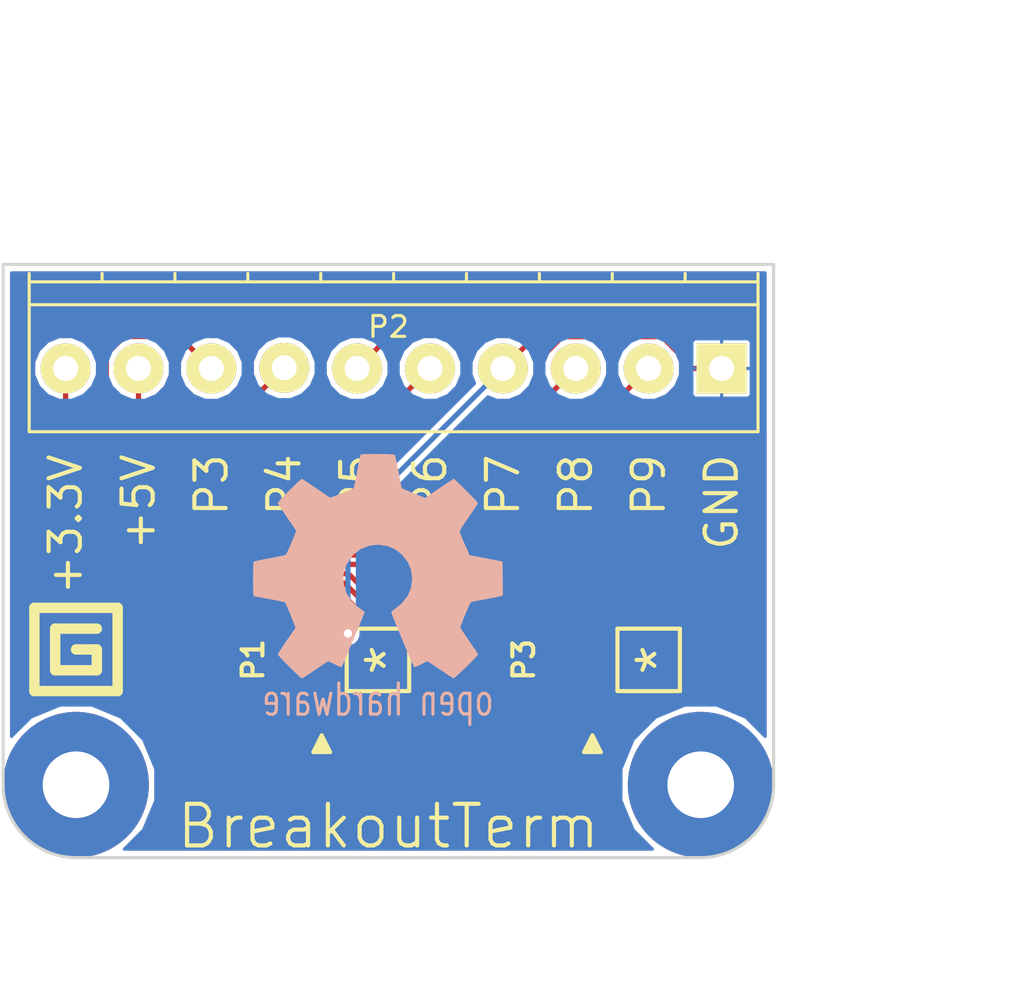
<source format=kicad_pcb>
(kicad_pcb (version 4) (host pcbnew 4.0.2-stable)

  (general
    (links 20)
    (no_connects 0)
    (area 121.424999 84.924999 158.575001 113.575001)
    (thickness 1.6)
    (drawings 28)
    (tracks 129)
    (zones 0)
    (modules 7)
    (nets 11)
  )

  (page A4)
  (title_block
    (title "SBV2-EB: Extension Board Name (File-> Page Settings)")
    (rev 1.0)
    (company Smoothieware.org)
  )

  (layers
    (0 F.Cu signal)
    (31 B.Cu signal)
    (32 B.Adhes user)
    (33 F.Adhes user)
    (34 B.Paste user)
    (35 F.Paste user)
    (36 B.SilkS user)
    (37 F.SilkS user)
    (38 B.Mask user)
    (39 F.Mask user)
    (40 Dwgs.User user)
    (41 Cmts.User user)
    (42 Eco1.User user)
    (43 Eco2.User user)
    (44 Edge.Cuts user)
    (45 Margin user)
    (46 B.CrtYd user)
    (47 F.CrtYd user)
    (48 B.Fab user)
    (49 F.Fab user)
  )

  (setup
    (last_trace_width 0.25)
    (trace_clearance 0.2)
    (zone_clearance 0.254)
    (zone_45_only no)
    (trace_min 0.2)
    (segment_width 0.2)
    (edge_width 0.15)
    (via_size 0.6)
    (via_drill 0.4)
    (via_min_size 0.4)
    (via_min_drill 0.3)
    (uvia_size 0.3)
    (uvia_drill 0.1)
    (uvias_allowed no)
    (uvia_min_size 0.2)
    (uvia_min_drill 0.1)
    (pcb_text_width 0.3)
    (pcb_text_size 1.5 1.5)
    (mod_edge_width 0.2)
    (mod_text_size 1 1)
    (mod_text_width 0.15)
    (pad_size 3.2 3.2)
    (pad_drill 3.2)
    (pad_to_mask_clearance 0.2)
    (aux_axis_origin 121.5 113.5)
    (grid_origin 121.5 113.5)
    (visible_elements 7FFFF77F)
    (pcbplotparams
      (layerselection 0x010fc_80000001)
      (usegerberextensions true)
      (excludeedgelayer false)
      (linewidth 0.100000)
      (plotframeref false)
      (viasonmask true)
      (mode 1)
      (useauxorigin true)
      (hpglpennumber 1)
      (hpglpenspeed 20)
      (hpglpendiameter 15)
      (hpglpenoverlay 2)
      (psnegative false)
      (psa4output false)
      (plotreference true)
      (plotvalue true)
      (plotinvisibletext false)
      (padsonsilk false)
      (subtractmaskfromsilk false)
      (outputformat 1)
      (mirror false)
      (drillshape 0)
      (scaleselection 1)
      (outputdirectory Gerber))
  )

  (net 0 "")
  (net 1 /P8)
  (net 2 /P7)
  (net 3 /P6)
  (net 4 /P5)
  (net 5 +3V3)
  (net 6 +5V)
  (net 7 /P3)
  (net 8 /P4)
  (net 9 GND)
  (net 10 /P9)

  (net_class Default "This is the default net class."
    (clearance 0.2)
    (trace_width 0.25)
    (via_dia 0.6)
    (via_drill 0.4)
    (uvia_dia 0.3)
    (uvia_drill 0.1)
    (add_net +3V3)
    (add_net +5V)
    (add_net /P3)
    (add_net /P4)
    (add_net /P5)
    (add_net /P6)
    (add_net /P7)
    (add_net /P8)
    (add_net /P9)
    (add_net GND)
  )

  (module Terminal_Blocks:TerminalBlock_Pheonix_PT-3.5mm_10pol (layer F.Cu) (tedit 573E2374) (tstamp 573EDDB3)
    (at 156 90 180)
    (descr "10-way 3.5mm pitch terminal block, Phoenix PT series")
    (path /573E08DA)
    (fp_text reference P2 (at 16 2 180) (layer F.SilkS)
      (effects (font (size 1 1) (thickness 0.15)))
    )
    (fp_text value CONN_01X10 (at 16 0 180) (layer F.Fab)
      (effects (font (size 1 1) (thickness 0.15)))
    )
    (fp_line (start -1.9 -3.2) (end 33.4 -3.2) (layer F.CrtYd) (width 0.05))
    (fp_line (start -1.9 4.7) (end -1.9 -3.2) (layer F.CrtYd) (width 0.05))
    (fp_line (start 33.4 4.7) (end -1.9 4.7) (layer F.CrtYd) (width 0.05))
    (fp_line (start 33.4 -3.2) (end 33.4 4.7) (layer F.CrtYd) (width 0.05))
    (fp_line (start 26.248 4.162) (end 26.248 4.562) (layer F.SilkS) (width 0.15))
    (fp_line (start 29.748 4.162) (end 29.748 4.562) (layer F.SilkS) (width 0.15))
    (fp_line (start 22.748 4.162) (end 22.748 4.562) (layer F.SilkS) (width 0.15))
    (fp_line (start 8.748 4.162) (end 8.748 4.562) (layer F.SilkS) (width 0.15))
    (fp_line (start 19.248 4.162) (end 19.248 4.562) (layer F.SilkS) (width 0.15))
    (fp_line (start 15.748 4.162) (end 15.748 4.562) (layer F.SilkS) (width 0.15))
    (fp_line (start 1.748 4.162) (end 1.748 4.562) (layer F.SilkS) (width 0.15))
    (fp_line (start 5.248 4.162) (end 5.248 4.562) (layer F.SilkS) (width 0.15))
    (fp_line (start 12.248 4.162) (end 12.248 4.562) (layer F.SilkS) (width 0.15))
    (fp_line (start -1.752 3.062) (end 33.248 3.062) (layer F.SilkS) (width 0.15))
    (fp_line (start -1.752 4.162) (end 33.248 4.162) (layer F.SilkS) (width 0.15))
    (fp_line (start -1.752 -3.038) (end -1.752 4.562) (layer F.SilkS) (width 0.15))
    (fp_line (start 33.248 4.562) (end 33.248 -3.038) (layer F.SilkS) (width 0.15))
    (fp_line (start 33.248 -3.038) (end -1.752 -3.038) (layer F.SilkS) (width 0.15))
    (pad 3 thru_hole circle (at 7 0) (size 2.4 2.4) (drill 1.2) (layers *.Cu *.Mask F.SilkS)
      (net 1 /P8))
    (pad 2 thru_hole circle (at 3.5 0) (size 2.4 2.4) (drill 1.2) (layers *.Cu *.Mask F.SilkS)
      (net 10 /P9))
    (pad 4 thru_hole circle (at 10.5 0) (size 2.4 2.4) (drill 1.2) (layers *.Cu *.Mask F.SilkS)
      (net 2 /P7))
    (pad 5 thru_hole circle (at 14 0) (size 2.4 2.4) (drill 1.2) (layers *.Cu *.Mask F.SilkS)
      (net 3 /P6))
    (pad 6 thru_hole circle (at 17.5 0) (size 2.4 2.4) (drill 1.2) (layers *.Cu *.Mask F.SilkS)
      (net 4 /P5))
    (pad 7 thru_hole circle (at 21 0.031729) (size 2.4 2.4) (drill 1.2) (layers *.Cu *.Mask F.SilkS)
      (net 8 /P4))
    (pad 1 thru_hole rect (at 0 0) (size 2.4 2.4) (drill 1.2) (layers *.Cu *.Mask F.SilkS)
      (net 9 GND))
    (pad 8 thru_hole circle (at 24.5 0) (size 2.4 2.4) (drill 1.2) (layers *.Cu *.Mask F.SilkS)
      (net 7 /P3))
    (pad 9 thru_hole circle (at 28 0) (size 2.4 2.4) (drill 1.2) (layers *.Cu *.Mask F.SilkS)
      (net 6 +5V))
    (pad 10 thru_hole circle (at 31.5 0) (size 2.4 2.4) (drill 1.2) (layers *.Cu *.Mask F.SilkS)
      (net 5 +3V3))
    (model Terminal_Blocks.3dshapes/TerminalBlock_Pheonix_PT-3.5mm_10pol.wrl
      (at (xyz 0 0 0))
      (scale (xyz 1 1 1))
      (rotate (xyz 0 0 0))
    )
  )

  (module SBV2_Footprints:M3_Mounting_Hole (layer F.Cu) (tedit 572122A3) (tstamp 573EDDDA)
    (at 125 110)
    (path /573F3BEA)
    (fp_text reference M2 (at 0 4.572) (layer F.SilkS) hide
      (effects (font (size 1 1) (thickness 0.15)))
    )
    (fp_text value MH_3.2mm (at 0 -4.318) (layer F.Fab) hide
      (effects (font (size 1 1) (thickness 0.15)))
    )
    (pad "" np_thru_hole circle (at 0 0) (size 7 7) (drill 3.2) (layers *.Cu *.Mask))
  )

  (module SBV2_Footprints:M3_Mounting_Hole (layer F.Cu) (tedit 572122A3) (tstamp 573EDFDD)
    (at 155 110)
    (path /573F3B65)
    (fp_text reference M1 (at 0 4.572) (layer F.SilkS) hide
      (effects (font (size 1 1) (thickness 0.15)))
    )
    (fp_text value MH_3.2mm (at 0 -4.318) (layer F.Fab) hide
      (effects (font (size 1 1) (thickness 0.15)))
    )
    (pad "" np_thru_hole circle (at 0 0) (size 7 7) (drill 3.2) (layers *.Cu *.Mask))
  )

  (module SBV2_Footprints:Gadgeteer_logo (layer F.Cu) (tedit 573CDE71) (tstamp 57419872)
    (at 125 103.5)
    (path /573F3AAC)
    (fp_text reference LOGO2 (at 0 -3.5) (layer F.SilkS) hide
      (effects (font (thickness 0.3)))
    )
    (fp_text value Gadgeteer_logo (at 0 3.5) (layer F.SilkS) hide
      (effects (font (thickness 0.3)))
    )
    (fp_line (start -2 -2) (end 2 -2) (layer F.SilkS) (width 0.5))
    (fp_line (start 2 -2) (end 2 2) (layer F.SilkS) (width 0.5))
    (fp_line (start 2 2) (end -2 2) (layer F.SilkS) (width 0.5))
    (fp_line (start -2 2) (end -2 -2) (layer F.SilkS) (width 0.5))
    (fp_line (start 1 -1) (end -1 -1) (layer F.SilkS) (width 0.5))
    (fp_line (start -1 -1) (end -1 1) (layer F.SilkS) (width 0.5))
    (fp_line (start -1 1) (end 1 1) (layer F.SilkS) (width 0.5))
    (fp_line (start 1 1) (end 1 0) (layer F.SilkS) (width 0.5))
    (fp_line (start 1 0) (end 0 0) (layer F.SilkS) (width 0.5))
  )

  (module SBV2_Footprints:Logo_silk_OSHW_12x13mm (layer B.Cu) (tedit 0) (tstamp 573F4449)
    (at 139.5 99.5 180)
    (descr "Open Hardware Logo, 12x13mm")
    (path /573F3AEF)
    (fp_text reference LOGO1 (at 0 0 180) (layer B.SilkS) hide
      (effects (font (size 0.5461 0.5461) (thickness 0.10922)) (justify mirror))
    )
    (fp_text value OPEN_HARDWARE_1 (at 0 -0.9 180) (layer B.SilkS) hide
      (effects (font (size 0.5461 0.5461) (thickness 0.10922)) (justify mirror))
    )
    (fp_line (start 5.21 -7.11) (end 5.31 -7.04) (layer B.SilkS) (width 0.15))
    (fp_line (start 5.03 -7.11) (end 5.21 -7.11) (layer B.SilkS) (width 0.15))
    (fp_line (start 4.93 -7.04) (end 5.03 -7.11) (layer B.SilkS) (width 0.15))
    (fp_line (start 4.88 -6.9) (end 4.93 -7.04) (layer B.SilkS) (width 0.15))
    (fp_line (start 4.88 -6.32) (end 4.88 -6.9) (layer B.SilkS) (width 0.15))
    (fp_line (start 4.94 -6.17) (end 4.88 -6.32) (layer B.SilkS) (width 0.15))
    (fp_line (start 5.04 -6.1) (end 4.94 -6.17) (layer B.SilkS) (width 0.15))
    (fp_line (start 5.21 -6.1) (end 5.04 -6.1) (layer B.SilkS) (width 0.15))
    (fp_line (start 5.31 -6.19) (end 5.21 -6.1) (layer B.SilkS) (width 0.15))
    (fp_line (start 5.36 -6.32) (end 5.31 -6.19) (layer B.SilkS) (width 0.15))
    (fp_line (start 5.36 -6.59) (end 5.36 -6.32) (layer B.SilkS) (width 0.15))
    (fp_line (start 4.88 -6.59) (end 5.36 -6.59) (layer B.SilkS) (width 0.15))
    (fp_line (start 4.31 -6.11) (end 4.31 -7.11) (layer B.SilkS) (width 0.15))
    (fp_line (start 4.36 -6.25) (end 4.31 -6.42) (layer B.SilkS) (width 0.15))
    (fp_line (start 4.4 -6.19) (end 4.36 -6.25) (layer B.SilkS) (width 0.15))
    (fp_line (start 4.5 -6.11) (end 4.4 -6.19) (layer B.SilkS) (width 0.15))
    (fp_line (start 4.61 -6.11) (end 4.5 -6.11) (layer B.SilkS) (width 0.15))
    (fp_line (start 2.26 -6.1) (end 2.45 -7.11) (layer B.SilkS) (width 0.15))
    (fp_line (start 2.45 -7.11) (end 2.64 -6.39) (layer B.SilkS) (width 0.15))
    (fp_line (start 2.64 -6.39) (end 2.83 -7.11) (layer B.SilkS) (width 0.15))
    (fp_line (start 2.83 -7.11) (end 3.03 -6.1) (layer B.SilkS) (width 0.15))
    (fp_line (start 1.88 -7.03) (end 1.79 -7.11) (layer B.SilkS) (width 0.15))
    (fp_line (start 1.79 -7.11) (end 1.6 -7.11) (layer B.SilkS) (width 0.15))
    (fp_line (start 1.6 -7.11) (end 1.53 -7.06) (layer B.SilkS) (width 0.15))
    (fp_line (start 1.53 -7.06) (end 1.46 -6.98) (layer B.SilkS) (width 0.15))
    (fp_line (start 1.46 -6.98) (end 1.4 -6.82) (layer B.SilkS) (width 0.15))
    (fp_line (start 1.4 -6.82) (end 1.4 -6.4) (layer B.SilkS) (width 0.15))
    (fp_line (start 1.4 -6.4) (end 1.45 -6.25) (layer B.SilkS) (width 0.15))
    (fp_line (start 1.45 -6.25) (end 1.52 -6.16) (layer B.SilkS) (width 0.15))
    (fp_line (start 1.52 -6.16) (end 1.6 -6.11) (layer B.SilkS) (width 0.15))
    (fp_line (start 1.6 -6.11) (end 1.78 -6.11) (layer B.SilkS) (width 0.15))
    (fp_line (start 1.78 -6.11) (end 1.88 -6.19) (layer B.SilkS) (width 0.15))
    (fp_line (start 1.88 -5.61) (end 1.88 -7.11) (layer B.SilkS) (width 0.15))
    (fp_line (start 1.13 -6.11) (end 1.02 -6.11) (layer B.SilkS) (width 0.15))
    (fp_line (start 1.02 -6.11) (end 0.92 -6.19) (layer B.SilkS) (width 0.15))
    (fp_line (start 0.92 -6.19) (end 0.88 -6.25) (layer B.SilkS) (width 0.15))
    (fp_line (start 0.88 -6.25) (end 0.83 -6.42) (layer B.SilkS) (width 0.15))
    (fp_line (start 0.83 -6.11) (end 0.83 -7.11) (layer B.SilkS) (width 0.15))
    (fp_line (start 3.84 -6.32) (end 3.84 -7.11) (layer B.SilkS) (width 0.15))
    (fp_line (start 3.78 -6.17) (end 3.84 -6.32) (layer B.SilkS) (width 0.15))
    (fp_line (start 3.69 -6.1) (end 3.78 -6.17) (layer B.SilkS) (width 0.15))
    (fp_line (start 3.51 -6.1) (end 3.69 -6.1) (layer B.SilkS) (width 0.15))
    (fp_line (start 3.4 -6.18) (end 3.51 -6.1) (layer B.SilkS) (width 0.15))
    (fp_line (start 3.36 -6.88) (end 3.4 -7.02) (layer B.SilkS) (width 0.15))
    (fp_line (start 3.36 -6.75) (end 3.36 -6.88) (layer B.SilkS) (width 0.15))
    (fp_line (start 3.41 -6.61) (end 3.36 -6.75) (layer B.SilkS) (width 0.15))
    (fp_line (start 3.51 -6.53) (end 3.41 -6.61) (layer B.SilkS) (width 0.15))
    (fp_line (start 3.75 -6.53) (end 3.51 -6.53) (layer B.SilkS) (width 0.15))
    (fp_line (start 3.84 -6.46) (end 3.75 -6.53) (layer B.SilkS) (width 0.15))
    (fp_line (start 3.74 -7.11) (end 3.84 -7.03) (layer B.SilkS) (width 0.15))
    (fp_line (start 3.51 -7.11) (end 3.74 -7.11) (layer B.SilkS) (width 0.15))
    (fp_line (start 3.4 -7.02) (end 3.51 -7.11) (layer B.SilkS) (width 0.15))
    (fp_line (start -0.08 -7.02) (end 0.03 -7.11) (layer B.SilkS) (width 0.15))
    (fp_line (start 0.03 -7.11) (end 0.26 -7.11) (layer B.SilkS) (width 0.15))
    (fp_line (start 0.26 -7.11) (end 0.36 -7.03) (layer B.SilkS) (width 0.15))
    (fp_line (start 0.36 -6.46) (end 0.27 -6.53) (layer B.SilkS) (width 0.15))
    (fp_line (start 0.27 -6.53) (end 0.03 -6.53) (layer B.SilkS) (width 0.15))
    (fp_line (start 0.03 -6.53) (end -0.07 -6.61) (layer B.SilkS) (width 0.15))
    (fp_line (start -0.07 -6.61) (end -0.12 -6.75) (layer B.SilkS) (width 0.15))
    (fp_line (start -0.12 -6.75) (end -0.12 -6.88) (layer B.SilkS) (width 0.15))
    (fp_line (start -0.12 -6.88) (end -0.08 -7.02) (layer B.SilkS) (width 0.15))
    (fp_line (start -0.08 -6.18) (end 0.03 -6.1) (layer B.SilkS) (width 0.15))
    (fp_line (start 0.03 -6.1) (end 0.21 -6.1) (layer B.SilkS) (width 0.15))
    (fp_line (start 0.21 -6.1) (end 0.3 -6.17) (layer B.SilkS) (width 0.15))
    (fp_line (start 0.3 -6.17) (end 0.36 -6.32) (layer B.SilkS) (width 0.15))
    (fp_line (start 0.36 -6.32) (end 0.36 -7.11) (layer B.SilkS) (width 0.15))
    (fp_line (start -0.98 -7.11) (end -0.98 -5.61) (layer B.SilkS) (width 0.15))
    (fp_line (start -0.92 -6.17) (end -0.98 -6.24) (layer B.SilkS) (width 0.15))
    (fp_line (start -0.84 -6.11) (end -0.92 -6.17) (layer B.SilkS) (width 0.15))
    (fp_line (start -0.7 -6.11) (end -0.84 -6.11) (layer B.SilkS) (width 0.15))
    (fp_line (start -0.6 -6.18) (end -0.7 -6.11) (layer B.SilkS) (width 0.15))
    (fp_line (start -0.55 -6.33) (end -0.6 -6.18) (layer B.SilkS) (width 0.15))
    (fp_line (start -0.55 -7.11) (end -0.55 -6.33) (layer B.SilkS) (width 0.15))
    (fp_line (start -2.21 -7.11) (end -2.21 -6.33) (layer B.SilkS) (width 0.15))
    (fp_line (start -2.21 -6.33) (end -2.26 -6.18) (layer B.SilkS) (width 0.15))
    (fp_line (start -2.26 -6.18) (end -2.36 -6.11) (layer B.SilkS) (width 0.15))
    (fp_line (start -2.36 -6.11) (end -2.5 -6.11) (layer B.SilkS) (width 0.15))
    (fp_line (start -2.5 -6.11) (end -2.58 -6.17) (layer B.SilkS) (width 0.15))
    (fp_line (start -2.58 -6.17) (end -2.64 -6.24) (layer B.SilkS) (width 0.15))
    (fp_line (start -2.64 -6.11) (end -2.64 -7.11) (layer B.SilkS) (width 0.15))
    (fp_line (start -3.55 -6.59) (end -3.07 -6.59) (layer B.SilkS) (width 0.15))
    (fp_line (start -3.07 -6.59) (end -3.07 -6.32) (layer B.SilkS) (width 0.15))
    (fp_line (start -3.07 -6.32) (end -3.12 -6.19) (layer B.SilkS) (width 0.15))
    (fp_line (start -3.12 -6.19) (end -3.22 -6.1) (layer B.SilkS) (width 0.15))
    (fp_line (start -3.22 -6.1) (end -3.39 -6.1) (layer B.SilkS) (width 0.15))
    (fp_line (start -3.39 -6.1) (end -3.49 -6.17) (layer B.SilkS) (width 0.15))
    (fp_line (start -3.49 -6.17) (end -3.55 -6.32) (layer B.SilkS) (width 0.15))
    (fp_line (start -3.55 -6.32) (end -3.55 -6.9) (layer B.SilkS) (width 0.15))
    (fp_line (start -3.55 -6.9) (end -3.5 -7.04) (layer B.SilkS) (width 0.15))
    (fp_line (start -3.5 -7.04) (end -3.4 -7.11) (layer B.SilkS) (width 0.15))
    (fp_line (start -3.4 -7.11) (end -3.22 -7.11) (layer B.SilkS) (width 0.15))
    (fp_line (start -3.22 -7.11) (end -3.12 -7.04) (layer B.SilkS) (width 0.15))
    (fp_line (start -4.41 -6.1) (end -4.41 -7.61) (layer B.SilkS) (width 0.15))
    (fp_line (start -4.3 -6.1) (end -4.12 -6.1) (layer B.SilkS) (width 0.15))
    (fp_line (start -4.3 -7.1) (end -4.11 -7.1) (layer B.SilkS) (width 0.15))
    (fp_line (start -4.3 -6.1) (end -4.38 -6.16) (layer B.SilkS) (width 0.15))
    (fp_line (start -4.03 -6.17) (end -4.12 -6.1) (layer B.SilkS) (width 0.15))
    (fp_line (start -3.98 -6.24) (end -4.03 -6.17) (layer B.SilkS) (width 0.15))
    (fp_line (start -3.93 -6.4) (end -3.98 -6.24) (layer B.SilkS) (width 0.15))
    (fp_line (start -3.93 -6.81) (end -3.93 -6.4) (layer B.SilkS) (width 0.15))
    (fp_line (start -3.98 -6.95) (end -3.93 -6.81) (layer B.SilkS) (width 0.15))
    (fp_line (start -4.02 -7.02) (end -3.98 -6.95) (layer B.SilkS) (width 0.15))
    (fp_line (start -4.12 -7.1) (end -4.02 -7.02) (layer B.SilkS) (width 0.15))
    (fp_line (start -4.4 -7.03) (end -4.3 -7.1) (layer B.SilkS) (width 0.15))
    (fp_line (start -5.36 -6.4) (end -5.36 -6.81) (layer B.SilkS) (width 0.15))
    (fp_line (start -5.36 -6.81) (end -5.31 -6.95) (layer B.SilkS) (width 0.15))
    (fp_line (start -5.31 -6.95) (end -5.26 -7.04) (layer B.SilkS) (width 0.15))
    (fp_line (start -5.26 -7.04) (end -5.16 -7.11) (layer B.SilkS) (width 0.15))
    (fp_line (start -5.16 -7.11) (end -5.02 -7.11) (layer B.SilkS) (width 0.15))
    (fp_line (start -5.02 -7.11) (end -4.92 -7.03) (layer B.SilkS) (width 0.15))
    (fp_line (start -4.92 -7.03) (end -4.88 -6.96) (layer B.SilkS) (width 0.15))
    (fp_line (start -4.88 -6.96) (end -4.83 -6.82) (layer B.SilkS) (width 0.15))
    (fp_line (start -4.83 -6.82) (end -4.83 -6.41) (layer B.SilkS) (width 0.15))
    (fp_line (start -4.83 -6.41) (end -4.88 -6.25) (layer B.SilkS) (width 0.15))
    (fp_line (start -4.88 -6.25) (end -4.93 -6.18) (layer B.SilkS) (width 0.15))
    (fp_line (start -4.93 -6.18) (end -5.02 -6.11) (layer B.SilkS) (width 0.15))
    (fp_line (start -5.02 -6.11) (end -5.17 -6.11) (layer B.SilkS) (width 0.15))
    (fp_line (start -5.17 -6.11) (end -5.25 -6.17) (layer B.SilkS) (width 0.15))
    (fp_line (start -5.25 -6.17) (end -5.31 -6.25) (layer B.SilkS) (width 0.15))
    (fp_line (start -5.31 -6.25) (end -5.36 -6.4) (layer B.SilkS) (width 0.15))
    (fp_poly (pts (xy -3.63728 -5.38988) (xy -3.57378 -5.35686) (xy -3.43408 -5.26796) (xy -3.23342 -5.13842)
      (xy -2.9972 -4.9784) (xy -2.75844 -4.81838) (xy -2.56286 -4.6863) (xy -2.4257 -4.59994)
      (xy -2.36982 -4.56692) (xy -2.33934 -4.57708) (xy -2.22504 -4.63296) (xy -2.06248 -4.71932)
      (xy -1.96596 -4.76758) (xy -1.8161 -4.83362) (xy -1.74244 -4.84632) (xy -1.72974 -4.826)
      (xy -1.67386 -4.70916) (xy -1.5875 -4.51358) (xy -1.4732 -4.25196) (xy -1.34366 -3.9497)
      (xy -1.2065 -3.6195) (xy -1.0668 -3.28422) (xy -0.93472 -2.96672) (xy -0.81534 -2.6797)
      (xy -0.72136 -2.44602) (xy -0.6604 -2.28346) (xy -0.63754 -2.21234) (xy -0.64516 -2.1971)
      (xy -0.71882 -2.12598) (xy -0.8509 -2.02692) (xy -1.13538 -1.79578) (xy -1.41478 -1.44526)
      (xy -1.58496 -1.04902) (xy -1.64338 -0.60706) (xy -1.59512 -0.19812) (xy -1.43256 0.19558)
      (xy -1.15824 0.54864) (xy -0.8255 0.8128) (xy -0.43688 0.9779) (xy 0 1.03378)
      (xy 0.4191 0.98552) (xy 0.82042 0.82804) (xy 1.17348 0.5588) (xy 1.32334 0.38608)
      (xy 1.52908 0.02794) (xy 1.64592 -0.35814) (xy 1.65862 -0.45466) (xy 1.64084 -0.8763)
      (xy 1.51638 -1.28016) (xy 1.2954 -1.64084) (xy 0.98552 -1.93802) (xy 0.94742 -1.96596)
      (xy 0.80264 -2.07264) (xy 0.70866 -2.1463) (xy 0.63246 -2.20726) (xy 1.1684 -3.50012)
      (xy 1.25476 -3.70586) (xy 1.40208 -4.05638) (xy 1.53162 -4.36118) (xy 1.63576 -4.60502)
      (xy 1.70688 -4.76504) (xy 1.73736 -4.83108) (xy 1.74244 -4.83362) (xy 1.78816 -4.84124)
      (xy 1.88722 -4.80568) (xy 2.06756 -4.71932) (xy 2.18694 -4.65836) (xy 2.3241 -4.59232)
      (xy 2.38506 -4.56692) (xy 2.4384 -4.59486) (xy 2.57048 -4.68122) (xy 2.76098 -4.81076)
      (xy 2.99212 -4.9657) (xy 3.2131 -5.11556) (xy 3.4163 -5.25018) (xy 3.56362 -5.34416)
      (xy 3.63474 -5.38226) (xy 3.6449 -5.38226) (xy 3.7084 -5.3467) (xy 3.82524 -5.25018)
      (xy 4.0005 -5.08254) (xy 4.24942 -4.8387) (xy 4.28752 -4.8006) (xy 4.49326 -4.59232)
      (xy 4.65836 -4.41706) (xy 4.77012 -4.2926) (xy 4.81076 -4.23672) (xy 4.81076 -4.23672)
      (xy 4.77266 -4.1656) (xy 4.68122 -4.01828) (xy 4.5466 -3.81508) (xy 4.38404 -3.57378)
      (xy 3.95478 -2.95402) (xy 4.191 -2.36728) (xy 4.26212 -2.18694) (xy 4.35356 -1.9685)
      (xy 4.42214 -1.81356) (xy 4.4577 -1.74498) (xy 4.5212 -1.72212) (xy 4.68122 -1.68402)
      (xy 4.9149 -1.63576) (xy 5.19176 -1.58496) (xy 5.45592 -1.5367) (xy 5.69468 -1.49098)
      (xy 5.8674 -1.45796) (xy 5.94614 -1.44272) (xy 5.96392 -1.43002) (xy 5.97916 -1.39192)
      (xy 5.98932 -1.31064) (xy 5.9944 -1.16586) (xy 5.99948 -0.93726) (xy 5.99948 -0.60706)
      (xy 5.99948 -0.5715) (xy 5.9944 -0.25654) (xy 5.98932 -0.00508) (xy 5.9817 0.16002)
      (xy 5.969 0.22606) (xy 5.969 0.22606) (xy 5.89534 0.24384) (xy 5.72516 0.2794)
      (xy 5.4864 0.32766) (xy 5.20192 0.381) (xy 5.18414 0.38354) (xy 4.89966 0.43942)
      (xy 4.66344 0.48768) (xy 4.4958 0.52578) (xy 4.42722 0.54864) (xy 4.41198 0.56896)
      (xy 4.35356 0.68072) (xy 4.27228 0.85598) (xy 4.1783 1.06934) (xy 4.08686 1.29286)
      (xy 4.00558 1.49352) (xy 3.95224 1.64338) (xy 3.937 1.71196) (xy 3.937 1.71196)
      (xy 3.98018 1.78054) (xy 4.0767 1.92786) (xy 4.2164 2.13106) (xy 4.3815 2.37236)
      (xy 4.3942 2.39268) (xy 4.55676 2.63144) (xy 4.68884 2.83464) (xy 4.77774 2.97942)
      (xy 4.81076 3.04292) (xy 4.81076 3.048) (xy 4.75488 3.11912) (xy 4.63296 3.25628)
      (xy 4.4577 3.43916) (xy 4.24942 3.64998) (xy 4.18084 3.71602) (xy 3.9497 3.94462)
      (xy 3.78714 4.09194) (xy 3.68554 4.17322) (xy 3.63728 4.191) (xy 3.63474 4.18846)
      (xy 3.56362 4.14528) (xy 3.41122 4.04622) (xy 3.20548 3.90652) (xy 2.96164 3.74142)
      (xy 2.9464 3.73126) (xy 2.7051 3.5687) (xy 2.50698 3.43154) (xy 2.36474 3.33756)
      (xy 2.30124 3.302) (xy 2.29108 3.302) (xy 2.19456 3.32994) (xy 2.02438 3.38836)
      (xy 1.81356 3.46964) (xy 1.59258 3.55854) (xy 1.38938 3.6449) (xy 1.23952 3.71348)
      (xy 1.1684 3.75412) (xy 1.16586 3.75666) (xy 1.14046 3.84302) (xy 1.09982 4.02336)
      (xy 1.04648 4.26974) (xy 0.99314 4.56438) (xy 0.98298 4.6101) (xy 0.92964 4.89712)
      (xy 0.88392 5.13334) (xy 0.84836 5.2959) (xy 0.83312 5.36448) (xy 0.79248 5.3721)
      (xy 0.65278 5.38226) (xy 0.43942 5.38988) (xy 0.18034 5.39242) (xy -0.09144 5.38988)
      (xy -0.3556 5.3848) (xy -0.58166 5.37718) (xy -0.74422 5.36448) (xy -0.8128 5.35178)
      (xy -0.81534 5.3467) (xy -0.8382 5.2578) (xy -0.87884 5.08) (xy -0.92964 4.83108)
      (xy -0.98552 4.53644) (xy -0.99568 4.4831) (xy -1.04902 4.19862) (xy -1.09728 3.96494)
      (xy -1.13284 3.80492) (xy -1.15062 3.74142) (xy -1.17602 3.72872) (xy -1.29286 3.67538)
      (xy -1.48336 3.59664) (xy -1.72212 3.50012) (xy -2.27076 3.27914) (xy -2.94386 3.74142)
      (xy -3.00482 3.78206) (xy -3.24866 3.94716) (xy -3.44678 4.07924) (xy -3.58648 4.16814)
      (xy -3.64236 4.20116) (xy -3.64744 4.19862) (xy -3.71602 4.1402) (xy -3.8481 4.01574)
      (xy -4.03098 3.83794) (xy -4.2418 3.62712) (xy -4.39928 3.46964) (xy -4.5847 3.28168)
      (xy -4.70154 3.15468) (xy -4.76758 3.0734) (xy -4.79044 3.0226) (xy -4.78282 2.98958)
      (xy -4.73964 2.921) (xy -4.64058 2.77368) (xy -4.50342 2.56794) (xy -4.33832 2.33172)
      (xy -4.2037 2.13106) (xy -4.05638 1.905) (xy -3.9624 1.74498) (xy -3.92938 1.66624)
      (xy -3.937 1.63322) (xy -3.98526 1.50114) (xy -4.064 1.30048) (xy -4.1656 1.06426)
      (xy -4.39928 0.53086) (xy -4.7498 0.46482) (xy -4.96062 0.42418) (xy -5.2578 0.36576)
      (xy -5.54228 0.31242) (xy -5.98424 0.22606) (xy -5.99948 -1.39954) (xy -5.9309 -1.43002)
      (xy -5.86486 -1.4478) (xy -5.7023 -1.48336) (xy -5.46862 -1.52908) (xy -5.19176 -1.58242)
      (xy -4.95554 -1.6256) (xy -4.71932 -1.67132) (xy -4.54914 -1.70434) (xy -4.47294 -1.71958)
      (xy -4.45516 -1.74498) (xy -4.3942 -1.86182) (xy -4.31038 -2.04216) (xy -4.2164 -2.26314)
      (xy -4.12242 -2.4892) (xy -4.0386 -2.70002) (xy -3.98018 -2.86004) (xy -3.95732 -2.94386)
      (xy -3.99034 -3.00482) (xy -4.07924 -3.14452) (xy -4.21132 -3.34264) (xy -4.37134 -3.57886)
      (xy -4.5339 -3.81508) (xy -4.66852 -4.01574) (xy -4.76504 -4.16052) (xy -4.80314 -4.22656)
      (xy -4.78282 -4.27228) (xy -4.68884 -4.38658) (xy -4.51104 -4.56946) (xy -4.24688 -4.83108)
      (xy -4.2037 -4.87426) (xy -3.99288 -5.07492) (xy -3.81508 -5.24002) (xy -3.69316 -5.34924)
      (xy -3.63728 -5.38988)) (layer B.SilkS) (width 0.00254))
  )

  (module SBV2_Footprints:SHF-105-01-L-D-SM (layer F.Cu) (tedit 5749CEE3) (tstamp 5749CE29)
    (at 133.5 104 90)
    (descr "Smd dual-row strip connector, 5x2 pin, 1.27mm pitch")
    (path /5749CDEF)
    (fp_text reference P1 (at 0 0 90) (layer F.SilkS)
      (effects (font (size 1 1) (thickness 0.2)))
    )
    (fp_text value * (at 0 6.5 90) (layer F.SilkS)
      (effects (font (size 2 2) (thickness 0.2)))
    )
    (fp_line (start 5.08 -2.54) (end 5.08 -3.048) (layer F.CrtYd) (width 0.15))
    (fp_line (start -1.27 2.6416) (end -1.27 2.54) (layer F.CrtYd) (width 0.15))
    (fp_line (start -2.54 2.54) (end -2.54 2.63906) (layer F.CrtYd) (width 0.15))
    (fp_line (start -1.27 2.54) (end 6.35 2.54) (layer F.CrtYd) (width 0.15))
    (fp_line (start -6.35 2.54) (end -2.54 2.54) (layer F.CrtYd) (width 0.15))
    (fp_line (start -6.35 -1.27) (end -6.35 -3.05) (layer F.CrtYd) (width 0.15))
    (fp_line (start -6.35 -3.05) (end -5.08 -3.05) (layer F.CrtYd) (width 0.15))
    (fp_line (start -5.08 -3.05) (end -5.08 -2.54) (layer F.CrtYd) (width 0.15))
    (fp_line (start -5.08 -2.54) (end -1.27 -2.54) (layer F.CrtYd) (width 0.15))
    (fp_line (start -1.27 -2.54) (end -1.27 -3.05) (layer F.CrtYd) (width 0.15))
    (fp_line (start -1.27 -3.05) (end 1.27 -3.05) (layer F.CrtYd) (width 0.15))
    (fp_line (start 1.27 -2.54) (end 1.27 -3.05) (layer F.CrtYd) (width 0.15))
    (fp_line (start 1.27 -2.54) (end 5.08 -2.54) (layer F.CrtYd) (width 0.15))
    (fp_line (start 5.08 -3.05) (end 6.35 -3.05) (layer F.CrtYd) (width 0.15))
    (fp_line (start 6.35 -3.05) (end 6.35 2.54) (layer F.CrtYd) (width 0.15))
    (fp_line (start -1.27 2.64) (end -2.54 2.64) (layer F.CrtYd) (width 0.15))
    (fp_line (start -6.35 2.54) (end -6.35 -1.27) (layer F.CrtYd) (width 0.15))
    (fp_line (start -3.93 3.4) (end -3.93 3.2) (layer F.SilkS) (width 0.19812))
    (fp_line (start -4.03 3.2) (end -4.03 3.4) (layer F.SilkS) (width 0.19812))
    (fp_line (start -4.13 3.5) (end -4.13 3.1) (layer F.SilkS) (width 0.19812))
    (fp_line (start -4.23 3.1) (end -4.23 3.5) (layer F.SilkS) (width 0.19812))
    (fp_line (start -4.33 3.6) (end -4.33 3) (layer F.SilkS) (width 0.19812))
    (fp_line (start -3.63 3.3) (end -4.43 3.7) (layer F.SilkS) (width 0.19812))
    (fp_line (start -4.43 3.7) (end -4.43 2.9) (layer F.SilkS) (width 0.19812))
    (fp_line (start -4.43 2.9) (end -3.63 3.3) (layer F.SilkS) (width 0.19812))
    (pad 8 smd rect (at 1.27 -2.66 90) (size 0.74 2.79) (layers F.Cu F.Paste F.Mask)
      (net 1 /P8))
    (pad 7 smd rect (at 1.27 2.66 90) (size 0.74 2.79) (layers F.Cu F.Paste F.Mask)
      (net 2 /P7))
    (pad 6 smd rect (at 0 -2.66 90) (size 0.74 2.79) (layers F.Cu F.Paste F.Mask)
      (net 3 /P6))
    (pad 5 smd rect (at 0 2.66 270) (size 0.74 2.79) (layers F.Cu F.Paste F.Mask)
      (net 4 /P5))
    (pad 1 smd rect (at -2.54 2.66 90) (size 0.74 2.79) (layers F.Cu F.Paste F.Mask)
      (net 5 +3V3))
    (pad 2 smd rect (at -2.54 -2.66 90) (size 0.74 2.79) (layers F.Cu F.Paste F.Mask)
      (net 6 +5V))
    (pad 3 smd rect (at -1.27 2.66 90) (size 0.74 2.79) (layers F.Cu F.Paste F.Mask)
      (net 7 /P3))
    (pad 4 smd rect (at -1.27 -2.66 90) (size 0.74 2.79) (layers F.Cu F.Paste F.Mask)
      (net 8 /P4))
    (pad 10 smd rect (at 2.54 -2.66 90) (size 0.74 2.79) (layers F.Cu F.Paste F.Mask)
      (net 9 GND))
    (pad 9 smd rect (at 2.54 2.66 90) (size 0.74 2.79) (layers F.Cu F.Paste F.Mask)
      (net 10 /P9))
    (model rmc_packages3d/Samtec/SHF-105-01-L-D-SM-k.wrl
      (at (xyz 0 0 0))
      (scale (xyz 1 1 1))
      (rotate (xyz -90 0 0))
    )
  )

  (module SBV2_Footprints:SHF-105-01-L-D-SM (layer F.Cu) (tedit 5749CEDE) (tstamp 5749CE36)
    (at 146.5 104 90)
    (descr "Smd dual-row strip connector, 5x2 pin, 1.27mm pitch")
    (path /5749CF64)
    (fp_text reference P3 (at 0 0 90) (layer F.SilkS)
      (effects (font (size 1 1) (thickness 0.2)))
    )
    (fp_text value * (at 0 6.5 90) (layer F.SilkS)
      (effects (font (size 2 2) (thickness 0.2)))
    )
    (fp_line (start 5.08 -2.54) (end 5.08 -3.048) (layer F.CrtYd) (width 0.15))
    (fp_line (start -1.27 2.6416) (end -1.27 2.54) (layer F.CrtYd) (width 0.15))
    (fp_line (start -2.54 2.54) (end -2.54 2.63906) (layer F.CrtYd) (width 0.15))
    (fp_line (start -1.27 2.54) (end 6.35 2.54) (layer F.CrtYd) (width 0.15))
    (fp_line (start -6.35 2.54) (end -2.54 2.54) (layer F.CrtYd) (width 0.15))
    (fp_line (start -6.35 -1.27) (end -6.35 -3.05) (layer F.CrtYd) (width 0.15))
    (fp_line (start -6.35 -3.05) (end -5.08 -3.05) (layer F.CrtYd) (width 0.15))
    (fp_line (start -5.08 -3.05) (end -5.08 -2.54) (layer F.CrtYd) (width 0.15))
    (fp_line (start -5.08 -2.54) (end -1.27 -2.54) (layer F.CrtYd) (width 0.15))
    (fp_line (start -1.27 -2.54) (end -1.27 -3.05) (layer F.CrtYd) (width 0.15))
    (fp_line (start -1.27 -3.05) (end 1.27 -3.05) (layer F.CrtYd) (width 0.15))
    (fp_line (start 1.27 -2.54) (end 1.27 -3.05) (layer F.CrtYd) (width 0.15))
    (fp_line (start 1.27 -2.54) (end 5.08 -2.54) (layer F.CrtYd) (width 0.15))
    (fp_line (start 5.08 -3.05) (end 6.35 -3.05) (layer F.CrtYd) (width 0.15))
    (fp_line (start 6.35 -3.05) (end 6.35 2.54) (layer F.CrtYd) (width 0.15))
    (fp_line (start -1.27 2.64) (end -2.54 2.64) (layer F.CrtYd) (width 0.15))
    (fp_line (start -6.35 2.54) (end -6.35 -1.27) (layer F.CrtYd) (width 0.15))
    (fp_line (start -3.93 3.4) (end -3.93 3.2) (layer F.SilkS) (width 0.19812))
    (fp_line (start -4.03 3.2) (end -4.03 3.4) (layer F.SilkS) (width 0.19812))
    (fp_line (start -4.13 3.5) (end -4.13 3.1) (layer F.SilkS) (width 0.19812))
    (fp_line (start -4.23 3.1) (end -4.23 3.5) (layer F.SilkS) (width 0.19812))
    (fp_line (start -4.33 3.6) (end -4.33 3) (layer F.SilkS) (width 0.19812))
    (fp_line (start -3.63 3.3) (end -4.43 3.7) (layer F.SilkS) (width 0.19812))
    (fp_line (start -4.43 3.7) (end -4.43 2.9) (layer F.SilkS) (width 0.19812))
    (fp_line (start -4.43 2.9) (end -3.63 3.3) (layer F.SilkS) (width 0.19812))
    (pad 8 smd rect (at 1.27 -2.66 90) (size 0.74 2.79) (layers F.Cu F.Paste F.Mask)
      (net 1 /P8))
    (pad 7 smd rect (at 1.27 2.66 90) (size 0.74 2.79) (layers F.Cu F.Paste F.Mask)
      (net 2 /P7))
    (pad 6 smd rect (at 0 -2.66 90) (size 0.74 2.79) (layers F.Cu F.Paste F.Mask)
      (net 3 /P6))
    (pad 5 smd rect (at 0 2.66 270) (size 0.74 2.79) (layers F.Cu F.Paste F.Mask)
      (net 4 /P5))
    (pad 1 smd rect (at -2.54 2.66 90) (size 0.74 2.79) (layers F.Cu F.Paste F.Mask)
      (net 5 +3V3))
    (pad 2 smd rect (at -2.54 -2.66 90) (size 0.74 2.79) (layers F.Cu F.Paste F.Mask)
      (net 6 +5V))
    (pad 3 smd rect (at -1.27 2.66 90) (size 0.74 2.79) (layers F.Cu F.Paste F.Mask)
      (net 7 /P3))
    (pad 4 smd rect (at -1.27 -2.66 90) (size 0.74 2.79) (layers F.Cu F.Paste F.Mask)
      (net 8 /P4))
    (pad 10 smd rect (at 2.54 -2.66 90) (size 0.74 2.79) (layers F.Cu F.Paste F.Mask)
      (net 9 GND))
    (pad 9 smd rect (at 2.54 2.66 90) (size 0.74 2.79) (layers F.Cu F.Paste F.Mask)
      (net 10 /P9))
    (model rmc_packages3d/Samtec/SHF-105-01-L-D-SM-k.wrl
      (at (xyz 0 0 0))
      (scale (xyz 1 1 1))
      (rotate (xyz -90 0 0))
    )
  )

  (dimension 29 (width 0.3) (layer Dwgs.User)
    (gr_text "29.000 mm" (at 167.85 99 90) (layer Dwgs.User)
      (effects (font (size 1.5 1.5) (thickness 0.3)))
    )
    (feature1 (pts (xy 164.5 84.5) (xy 169.2 84.5)))
    (feature2 (pts (xy 164.5 113.5) (xy 169.2 113.5)))
    (crossbar (pts (xy 166.5 113.5) (xy 166.5 84.5)))
    (arrow1a (pts (xy 166.5 84.5) (xy 167.086421 85.626504)))
    (arrow1b (pts (xy 166.5 84.5) (xy 165.913579 85.626504)))
    (arrow2a (pts (xy 166.5 113.5) (xy 167.086421 112.373496)))
    (arrow2b (pts (xy 166.5 113.5) (xy 165.913579 112.373496)))
  )
  (dimension 37 (width 0.3) (layer Dwgs.User)
    (gr_text "37.000 mm" (at 140 74.15) (layer Dwgs.User)
      (effects (font (size 1.5 1.5) (thickness 0.3)))
    )
    (feature1 (pts (xy 121.5 77.5) (xy 121.5 72.8)))
    (feature2 (pts (xy 158.5 77.5) (xy 158.5 72.8)))
    (crossbar (pts (xy 158.5 75.5) (xy 121.5 75.5)))
    (arrow1a (pts (xy 121.5 75.5) (xy 122.626504 74.913579)))
    (arrow1b (pts (xy 121.5 75.5) (xy 122.626504 76.086421)))
    (arrow2a (pts (xy 158.5 75.5) (xy 157.373496 74.913579)))
    (arrow2b (pts (xy 158.5 75.5) (xy 157.373496 76.086421)))
  )
  (dimension 30 (width 0.3) (layer Dwgs.User)
    (gr_text "30.000 mm" (at 140 120.35) (layer Dwgs.User)
      (effects (font (size 1.5 1.5) (thickness 0.3)))
    )
    (feature1 (pts (xy 155 117.5) (xy 155 121.7)))
    (feature2 (pts (xy 125 117.5) (xy 125 121.7)))
    (crossbar (pts (xy 125 119) (xy 155 119)))
    (arrow1a (pts (xy 155 119) (xy 153.873496 119.586421)))
    (arrow1b (pts (xy 155 119) (xy 153.873496 118.413579)))
    (arrow2a (pts (xy 125 119) (xy 126.126504 119.586421)))
    (arrow2b (pts (xy 125 119) (xy 126.126504 118.413579)))
  )
  (gr_line (start 141 102.5) (end 138 102.5) (angle 90) (layer F.SilkS) (width 0.2))
  (gr_line (start 141 105.5) (end 141 102.5) (angle 90) (layer F.SilkS) (width 0.2))
  (gr_line (start 138 105.5) (end 141 105.5) (angle 90) (layer F.SilkS) (width 0.2))
  (gr_line (start 138 102.5) (end 138 105.5) (angle 90) (layer F.SilkS) (width 0.2))
  (gr_text BreakoutTerm (at 140 112) (layer F.SilkS)
    (effects (font (size 2 2) (thickness 0.2)))
  )
  (gr_line (start 154 105.5) (end 151 105.5) (angle 90) (layer F.SilkS) (width 0.2))
  (gr_line (start 154 102.5) (end 154 105.5) (angle 90) (layer F.SilkS) (width 0.2))
  (gr_line (start 151 102.5) (end 154 102.5) (angle 90) (layer F.SilkS) (width 0.2))
  (gr_line (start 151 105.5) (end 151 102.5) (angle 90) (layer F.SilkS) (width 0.2))
  (gr_text GND (at 156 94 90) (layer F.SilkS)
    (effects (font (size 1.5 1.5) (thickness 0.2)) (justify right))
  )
  (gr_text P9 (at 152.5 94 90) (layer F.SilkS)
    (effects (font (size 1.5 1.5) (thickness 0.2)) (justify right))
  )
  (gr_text P8 (at 149 94 90) (layer F.SilkS)
    (effects (font (size 1.5 1.5) (thickness 0.2)) (justify right))
  )
  (gr_text P7 (at 145.5 94 90) (layer F.SilkS)
    (effects (font (size 1.5 1.5) (thickness 0.2)) (justify right))
  )
  (gr_text P6 (at 142 94 90) (layer F.SilkS)
    (effects (font (size 1.5 1.5) (thickness 0.2)) (justify right))
  )
  (gr_text P5 (at 138.5 94 90) (layer F.SilkS)
    (effects (font (size 1.5 1.5) (thickness 0.2)) (justify right))
  )
  (gr_text P4 (at 135 94 90) (layer F.SilkS)
    (effects (font (size 1.5 1.5) (thickness 0.2)) (justify right))
  )
  (gr_text P3 (at 131.5 94 90) (layer F.SilkS)
    (effects (font (size 1.5 1.5) (thickness 0.2)) (justify right))
  )
  (gr_text +5V (at 128 94 90) (layer F.SilkS)
    (effects (font (size 1.5 1.5) (thickness 0.2)) (justify right))
  )
  (gr_text +3.3V (at 124.5 94 90) (layer F.SilkS)
    (effects (font (size 1.5 1.5) (thickness 0.2)) (justify right))
  )
  (gr_line (start 121.5 85) (end 121.5 110) (angle 90) (layer Edge.Cuts) (width 0.15))
  (gr_line (start 158.5 85) (end 121.5 85) (angle 90) (layer Edge.Cuts) (width 0.15))
  (gr_line (start 158.5 110) (end 158.5 85) (angle 90) (layer Edge.Cuts) (width 0.15))
  (gr_line (start 125 113.5) (end 155 113.5) (angle 90) (layer Edge.Cuts) (width 0.15))
  (gr_arc (start 155 110) (end 158.5 110) (angle 90) (layer Edge.Cuts) (width 0.15))
  (gr_arc (start 125 110) (end 125 113.5) (angle 90) (layer Edge.Cuts) (width 0.15))

  (segment (start 130.84 102.73) (end 132.5603 102.73) (width 0.25) (layer F.Cu) (net 1))
  (segment (start 145.5603 93.4397) (end 145.5603 102.73) (width 0.25) (layer F.Cu) (net 1))
  (segment (start 149 90) (end 145.5603 93.4397) (width 0.25) (layer F.Cu) (net 1))
  (segment (start 143.84 102.73) (end 145.5603 102.73) (width 0.25) (layer F.Cu) (net 1))
  (segment (start 143.84 102.73) (end 142.1197 102.73) (width 0.25) (layer F.Cu) (net 1))
  (segment (start 133.0887 102.2016) (end 132.5603 102.73) (width 0.25) (layer F.Cu) (net 1))
  (segment (start 133.0887 100.3431) (end 133.0887 102.2016) (width 0.25) (layer F.Cu) (net 1))
  (segment (start 134.0181 99.4137) (end 133.0887 100.3431) (width 0.25) (layer F.Cu) (net 1))
  (segment (start 138.8034 99.4137) (end 134.0181 99.4137) (width 0.25) (layer F.Cu) (net 1))
  (segment (start 142.1197 102.73) (end 138.8034 99.4137) (width 0.25) (layer F.Cu) (net 1))
  (via (at 138.0588 102.73) (size 0.6) (layers F.Cu B.Cu) (net 2))
  (segment (start 147.522 87.978) (end 145.5 90) (width 0.25) (layer F.Cu) (net 2))
  (segment (start 156.8382 87.978) (end 147.522 87.978) (width 0.25) (layer F.Cu) (net 2))
  (segment (start 157.5254 88.6652) (end 156.8382 87.978) (width 0.25) (layer F.Cu) (net 2))
  (segment (start 157.5254 96.0849) (end 157.5254 88.6652) (width 0.25) (layer F.Cu) (net 2))
  (segment (start 150.8803 102.73) (end 157.5254 96.0849) (width 0.25) (layer F.Cu) (net 2))
  (segment (start 149.16 102.73) (end 150.8803 102.73) (width 0.25) (layer F.Cu) (net 2))
  (segment (start 136.16 102.73) (end 137.8803 102.73) (width 0.25) (layer F.Cu) (net 2))
  (segment (start 138.0588 97.4412) (end 138.0588 102.73) (width 0.25) (layer B.Cu) (net 2))
  (segment (start 145.5 90) (end 138.0588 97.4412) (width 0.25) (layer B.Cu) (net 2))
  (segment (start 137.8803 102.73) (end 138.0588 102.73) (width 0.25) (layer F.Cu) (net 2))
  (segment (start 129.8849 104) (end 130.84 104) (width 0.25) (layer F.Cu) (net 3))
  (segment (start 129.1197 103.2348) (end 129.8849 104) (width 0.25) (layer F.Cu) (net 3))
  (segment (start 129.1197 100.8988) (end 129.1197 103.2348) (width 0.25) (layer F.Cu) (net 3))
  (segment (start 130.0202 99.9983) (end 129.1197 100.8988) (width 0.25) (layer F.Cu) (net 3))
  (segment (start 132.0017 99.9983) (end 130.0202 99.9983) (width 0.25) (layer F.Cu) (net 3))
  (segment (start 142 90) (end 132.0017 99.9983) (width 0.25) (layer F.Cu) (net 3))
  (segment (start 143.84 104) (end 142.1197 104) (width 0.25) (layer F.Cu) (net 3))
  (segment (start 130.84 104) (end 132.5603 104) (width 0.25) (layer F.Cu) (net 3))
  (segment (start 133.539 103.0213) (end 132.5603 104) (width 0.25) (layer F.Cu) (net 3))
  (segment (start 133.539 100.5297) (end 133.539 103.0213) (width 0.25) (layer F.Cu) (net 3))
  (segment (start 134.2047 99.864) (end 133.539 100.5297) (width 0.25) (layer F.Cu) (net 3))
  (segment (start 138.0859 99.864) (end 134.2047 99.864) (width 0.25) (layer F.Cu) (net 3))
  (segment (start 142.1197 103.8978) (end 138.0859 99.864) (width 0.25) (layer F.Cu) (net 3))
  (segment (start 142.1197 104) (end 142.1197 103.8978) (width 0.25) (layer F.Cu) (net 3))
  (segment (start 140.9723 87.5277) (end 138.5 90) (width 0.25) (layer F.Cu) (net 4))
  (segment (start 157.0248 87.5277) (end 140.9723 87.5277) (width 0.25) (layer F.Cu) (net 4))
  (segment (start 157.9757 88.4786) (end 157.0248 87.5277) (width 0.25) (layer F.Cu) (net 4))
  (segment (start 157.9757 96.9046) (end 157.9757 88.4786) (width 0.25) (layer F.Cu) (net 4))
  (segment (start 150.8803 104) (end 157.9757 96.9046) (width 0.25) (layer F.Cu) (net 4))
  (segment (start 150.0202 104) (end 150.8803 104) (width 0.25) (layer F.Cu) (net 4))
  (segment (start 150.0202 104) (end 149.16 104) (width 0.25) (layer F.Cu) (net 4))
  (segment (start 149.16 104) (end 147.4397 104) (width 0.25) (layer F.Cu) (net 4))
  (segment (start 136.16 104) (end 137.8803 104) (width 0.25) (layer F.Cu) (net 4))
  (segment (start 146.2357 105.204) (end 147.4397 104) (width 0.25) (layer F.Cu) (net 4))
  (segment (start 146.2357 107.0064) (end 146.2357 105.204) (width 0.25) (layer F.Cu) (net 4))
  (segment (start 145.5564 107.6857) (end 146.2357 107.0064) (width 0.25) (layer F.Cu) (net 4))
  (segment (start 141.566 107.6857) (end 145.5564 107.6857) (width 0.25) (layer F.Cu) (net 4))
  (segment (start 137.8803 104) (end 141.566 107.6857) (width 0.25) (layer F.Cu) (net 4))
  (segment (start 136.16 106.54) (end 134.4397 106.54) (width 0.25) (layer F.Cu) (net 5))
  (segment (start 133.2941 107.6856) (end 134.4397 106.54) (width 0.25) (layer F.Cu) (net 5))
  (segment (start 129.0774 107.6856) (end 133.2941 107.6856) (width 0.25) (layer F.Cu) (net 5))
  (segment (start 124.5 103.1082) (end 129.0774 107.6856) (width 0.25) (layer F.Cu) (net 5))
  (segment (start 124.5 90) (end 124.5 103.1082) (width 0.25) (layer F.Cu) (net 5))
  (segment (start 149.16 106.54) (end 147.4397 106.54) (width 0.25) (layer F.Cu) (net 5))
  (segment (start 136.16 106.54) (end 137.8803 106.54) (width 0.25) (layer F.Cu) (net 5))
  (segment (start 147.4397 107.0762) (end 147.4397 106.54) (width 0.25) (layer F.Cu) (net 5))
  (segment (start 145.9296 108.5863) (end 147.4397 107.0762) (width 0.25) (layer F.Cu) (net 5))
  (segment (start 139.9266 108.5863) (end 145.9296 108.5863) (width 0.25) (layer F.Cu) (net 5))
  (segment (start 137.8803 106.54) (end 139.9266 108.5863) (width 0.25) (layer F.Cu) (net 5))
  (segment (start 128 104.6684) (end 128 90) (width 0.25) (layer F.Cu) (net 6))
  (segment (start 129.8716 106.54) (end 128 104.6684) (width 0.25) (layer F.Cu) (net 6))
  (segment (start 130.84 106.54) (end 129.8716 106.54) (width 0.25) (layer F.Cu) (net 6))
  (segment (start 143.84 106.54) (end 142.1197 106.54) (width 0.25) (layer F.Cu) (net 6))
  (segment (start 131.9311 106.54) (end 130.84 106.54) (width 0.25) (layer F.Cu) (net 6))
  (segment (start 134.4396 104.0315) (end 131.9311 106.54) (width 0.25) (layer F.Cu) (net 6))
  (segment (start 134.4396 100.9029) (end 134.4396 104.0315) (width 0.25) (layer F.Cu) (net 6))
  (segment (start 134.5779 100.7646) (end 134.4396 100.9029) (width 0.25) (layer F.Cu) (net 6))
  (segment (start 137.7011 100.7646) (end 134.5779 100.7646) (width 0.25) (layer F.Cu) (net 6))
  (segment (start 139.772 102.8355) (end 137.7011 100.7646) (width 0.25) (layer F.Cu) (net 6))
  (segment (start 139.772 104.1923) (end 139.772 102.8355) (width 0.25) (layer F.Cu) (net 6))
  (segment (start 142.1197 106.54) (end 139.772 104.1923) (width 0.25) (layer F.Cu) (net 6))
  (segment (start 149.16 105.27) (end 147.4397 105.27) (width 0.25) (layer F.Cu) (net 7))
  (segment (start 137.0202 105.27) (end 137.8803 105.27) (width 0.25) (layer F.Cu) (net 7))
  (segment (start 137.0202 105.27) (end 136.16 105.27) (width 0.25) (layer F.Cu) (net 7))
  (segment (start 129.9633 88.4633) (end 131.5 90) (width 0.25) (layer F.Cu) (net 7))
  (segment (start 127.3175 88.4633) (end 129.9633 88.4633) (width 0.25) (layer F.Cu) (net 7))
  (segment (start 126.4566 89.3242) (end 127.3175 88.4633) (width 0.25) (layer F.Cu) (net 7))
  (segment (start 126.4566 104.4279) (end 126.4566 89.3242) (width 0.25) (layer F.Cu) (net 7))
  (segment (start 129.264 107.2353) (end 126.4566 104.4279) (width 0.25) (layer F.Cu) (net 7))
  (segment (start 132.4744 107.2353) (end 129.264 107.2353) (width 0.25) (layer F.Cu) (net 7))
  (segment (start 134.4397 105.27) (end 132.4744 107.2353) (width 0.25) (layer F.Cu) (net 7))
  (segment (start 136.16 105.27) (end 134.4397 105.27) (width 0.25) (layer F.Cu) (net 7))
  (segment (start 146.6861 106.0236) (end 147.4397 105.27) (width 0.25) (layer F.Cu) (net 7))
  (segment (start 146.6861 107.1929) (end 146.6861 106.0236) (width 0.25) (layer F.Cu) (net 7))
  (segment (start 145.743 108.136) (end 146.6861 107.1929) (width 0.25) (layer F.Cu) (net 7))
  (segment (start 140.7463 108.136) (end 145.743 108.136) (width 0.25) (layer F.Cu) (net 7))
  (segment (start 137.8803 105.27) (end 140.7463 108.136) (width 0.25) (layer F.Cu) (net 7))
  (segment (start 129.8374 105.27) (end 130.84 105.27) (width 0.25) (layer F.Cu) (net 8))
  (segment (start 128.6693 104.1019) (end 129.8374 105.27) (width 0.25) (layer F.Cu) (net 8))
  (segment (start 128.6693 96.299) (end 128.6693 104.1019) (width 0.25) (layer F.Cu) (net 8))
  (segment (start 135 89.9683) (end 128.6693 96.299) (width 0.25) (layer F.Cu) (net 8))
  (segment (start 143.84 105.27) (end 142.1197 105.27) (width 0.25) (layer F.Cu) (net 8))
  (segment (start 130.84 105.27) (end 132.5603 105.27) (width 0.25) (layer F.Cu) (net 8))
  (segment (start 133.9893 103.841) (end 132.5603 105.27) (width 0.25) (layer F.Cu) (net 8))
  (segment (start 133.9893 100.7163) (end 133.9893 103.841) (width 0.25) (layer F.Cu) (net 8))
  (segment (start 134.3913 100.3143) (end 133.9893 100.7163) (width 0.25) (layer F.Cu) (net 8))
  (segment (start 137.8933 100.3143) (end 134.3913 100.3143) (width 0.25) (layer F.Cu) (net 8))
  (segment (start 140.2224 102.6434) (end 137.8933 100.3143) (width 0.25) (layer F.Cu) (net 8))
  (segment (start 140.2224 103.3727) (end 140.2224 102.6434) (width 0.25) (layer F.Cu) (net 8))
  (segment (start 142.1197 105.27) (end 140.2224 103.3727) (width 0.25) (layer F.Cu) (net 8))
  (segment (start 143.84 101.46) (end 142.1197 101.46) (width 0.25) (layer F.Cu) (net 9))
  (segment (start 130.84 101.46) (end 132.5603 101.46) (width 0.25) (layer F.Cu) (net 9))
  (segment (start 156 90) (end 154.4747 90) (width 0.25) (layer F.Cu) (net 9))
  (segment (start 132.5603 100.2346) (end 132.5603 101.46) (width 0.25) (layer F.Cu) (net 9))
  (segment (start 133.8315 98.9634) (end 132.5603 100.2346) (width 0.25) (layer F.Cu) (net 9))
  (segment (start 140.5238 98.9634) (end 133.8315 98.9634) (width 0.25) (layer F.Cu) (net 9))
  (segment (start 140.5238 99.8641) (end 140.5238 98.9634) (width 0.25) (layer F.Cu) (net 9))
  (segment (start 142.1197 101.46) (end 140.5238 99.8641) (width 0.25) (layer F.Cu) (net 9))
  (segment (start 154.4747 89.8092) (end 154.4747 90) (width 0.25) (layer F.Cu) (net 9))
  (segment (start 153.1402 88.4747) (end 154.4747 89.8092) (width 0.25) (layer F.Cu) (net 9))
  (segment (start 148.3511 88.4747) (end 153.1402 88.4747) (width 0.25) (layer F.Cu) (net 9))
  (segment (start 147.2501 89.5757) (end 148.3511 88.4747) (width 0.25) (layer F.Cu) (net 9))
  (segment (start 147.2501 90.6769) (end 147.2501 89.5757) (width 0.25) (layer F.Cu) (net 9))
  (segment (start 140.5238 97.4032) (end 147.2501 90.6769) (width 0.25) (layer F.Cu) (net 9))
  (segment (start 140.5238 98.9634) (end 140.5238 97.4032) (width 0.25) (layer F.Cu) (net 9))
  (segment (start 137.6748 101.46) (end 136.16 101.46) (width 0.25) (layer F.Cu) (net 10))
  (segment (start 139.3217 103.1069) (end 137.6748 101.46) (width 0.25) (layer F.Cu) (net 10))
  (segment (start 139.3217 104.379) (end 139.3217 103.1069) (width 0.25) (layer F.Cu) (net 10))
  (segment (start 142.1781 107.2354) (end 139.3217 104.379) (width 0.25) (layer F.Cu) (net 10))
  (segment (start 145.3698 107.2354) (end 142.1781 107.2354) (width 0.25) (layer F.Cu) (net 10))
  (segment (start 145.6263 106.9789) (end 145.3698 107.2354) (width 0.25) (layer F.Cu) (net 10))
  (segment (start 145.6263 103.9357) (end 145.6263 106.9789) (width 0.25) (layer F.Cu) (net 10))
  (segment (start 147.4397 102.1223) (end 145.6263 103.9357) (width 0.25) (layer F.Cu) (net 10))
  (segment (start 147.4397 101.46) (end 147.4397 102.1223) (width 0.25) (layer F.Cu) (net 10))
  (segment (start 149.16 101.46) (end 148.2999 101.46) (width 0.25) (layer F.Cu) (net 10))
  (segment (start 148.2999 101.46) (end 147.4397 101.46) (width 0.25) (layer F.Cu) (net 10))
  (segment (start 148.2999 94.2001) (end 152.5 90) (width 0.25) (layer F.Cu) (net 10))
  (segment (start 148.2999 101.46) (end 148.2999 94.2001) (width 0.25) (layer F.Cu) (net 10))

  (zone (net 9) (net_name GND) (layer B.Cu) (tstamp 573F46BC) (hatch edge 0.508)
    (connect_pads (clearance 0.254))
    (min_thickness 0.14986)
    (fill yes (arc_segments 16) (thermal_gap 0.14986) (thermal_bridge_width 0.1524))
    (polygon
      (pts
        (xy 158.5 113.5) (xy 121.5 113.5) (xy 121.5 85) (xy 158.5 85) (xy 158.5 113.5)
      )
    )
    (filled_polygon
      (pts
        (xy 158.09607 107.681823) (xy 157.171746 106.755884) (xy 155.764963 106.171736) (xy 154.24172 106.170407) (xy 152.833919 106.752099)
        (xy 151.755884 107.828254) (xy 151.171736 109.235037) (xy 151.170407 110.75828) (xy 151.752099 112.166081) (xy 152.680466 113.09607)
        (xy 127.318177 113.09607) (xy 128.244116 112.171746) (xy 128.828264 110.764963) (xy 128.829593 109.24172) (xy 128.247901 107.833919)
        (xy 127.171746 106.755884) (xy 125.764963 106.171736) (xy 124.24172 106.170407) (xy 122.833919 106.752099) (xy 121.90393 107.680466)
        (xy 121.90393 102.854553) (xy 137.429762 102.854553) (xy 137.525309 103.085795) (xy 137.702075 103.26287) (xy 137.933149 103.35882)
        (xy 138.183353 103.359038) (xy 138.414595 103.263491) (xy 138.59167 103.086725) (xy 138.68762 102.855651) (xy 138.687838 102.605447)
        (xy 138.592291 102.374205) (xy 138.51273 102.294505) (xy 138.51273 97.629224) (xy 144.783832 91.358122) (xy 145.194543 91.528665)
        (xy 145.802789 91.529195) (xy 146.364938 91.29692) (xy 146.795408 90.8672) (xy 147.028665 90.305457) (xy 147.028667 90.302789)
        (xy 147.470805 90.302789) (xy 147.70308 90.864938) (xy 148.1328 91.295408) (xy 148.694543 91.528665) (xy 149.302789 91.529195)
        (xy 149.864938 91.29692) (xy 150.295408 90.8672) (xy 150.528665 90.305457) (xy 150.528667 90.302789) (xy 150.970805 90.302789)
        (xy 151.20308 90.864938) (xy 151.6328 91.295408) (xy 152.194543 91.528665) (xy 152.802789 91.529195) (xy 153.364938 91.29692)
        (xy 153.795408 90.8672) (xy 154.028665 90.305457) (xy 154.028881 90.057467) (xy 154.57521 90.057467) (xy 154.57521 91.244713)
        (xy 154.609432 91.327333) (xy 154.672666 91.390568) (xy 154.755286 91.42479) (xy 155.942533 91.42479) (xy 155.99873 91.368593)
        (xy 155.99873 90.00127) (xy 156.00127 90.00127) (xy 156.00127 91.368593) (xy 156.057467 91.42479) (xy 157.244714 91.42479)
        (xy 157.327334 91.390568) (xy 157.390568 91.327333) (xy 157.42479 91.244713) (xy 157.42479 90.057467) (xy 157.368593 90.00127)
        (xy 156.00127 90.00127) (xy 155.99873 90.00127) (xy 154.631407 90.00127) (xy 154.57521 90.057467) (xy 154.028881 90.057467)
        (xy 154.029195 89.697211) (xy 153.79692 89.135062) (xy 153.417807 88.755287) (xy 154.57521 88.755287) (xy 154.57521 89.942533)
        (xy 154.631407 89.99873) (xy 155.99873 89.99873) (xy 155.99873 88.631407) (xy 156.00127 88.631407) (xy 156.00127 89.99873)
        (xy 157.368593 89.99873) (xy 157.42479 89.942533) (xy 157.42479 88.755287) (xy 157.390568 88.672667) (xy 157.327334 88.609432)
        (xy 157.244714 88.57521) (xy 156.057467 88.57521) (xy 156.00127 88.631407) (xy 155.99873 88.631407) (xy 155.942533 88.57521)
        (xy 154.755286 88.57521) (xy 154.672666 88.609432) (xy 154.609432 88.672667) (xy 154.57521 88.755287) (xy 153.417807 88.755287)
        (xy 153.3672 88.704592) (xy 152.805457 88.471335) (xy 152.197211 88.470805) (xy 151.635062 88.70308) (xy 151.204592 89.1328)
        (xy 150.971335 89.694543) (xy 150.970805 90.302789) (xy 150.528667 90.302789) (xy 150.529195 89.697211) (xy 150.29692 89.135062)
        (xy 149.8672 88.704592) (xy 149.305457 88.471335) (xy 148.697211 88.470805) (xy 148.135062 88.70308) (xy 147.704592 89.1328)
        (xy 147.471335 89.694543) (xy 147.470805 90.302789) (xy 147.028667 90.302789) (xy 147.029195 89.697211) (xy 146.79692 89.135062)
        (xy 146.3672 88.704592) (xy 145.805457 88.471335) (xy 145.197211 88.470805) (xy 144.635062 88.70308) (xy 144.204592 89.1328)
        (xy 143.971335 89.694543) (xy 143.970805 90.302789) (xy 144.141688 90.716358) (xy 137.737823 97.120223) (xy 137.639423 97.267488)
        (xy 137.639423 97.267489) (xy 137.60487 97.4412) (xy 137.60487 102.294473) (xy 137.52593 102.373275) (xy 137.42998 102.604349)
        (xy 137.429762 102.854553) (xy 121.90393 102.854553) (xy 121.90393 90.302789) (xy 122.970805 90.302789) (xy 123.20308 90.864938)
        (xy 123.6328 91.295408) (xy 124.194543 91.528665) (xy 124.802789 91.529195) (xy 125.364938 91.29692) (xy 125.795408 90.8672)
        (xy 126.028665 90.305457) (xy 126.028667 90.302789) (xy 126.470805 90.302789) (xy 126.70308 90.864938) (xy 127.1328 91.295408)
        (xy 127.694543 91.528665) (xy 128.302789 91.529195) (xy 128.864938 91.29692) (xy 129.295408 90.8672) (xy 129.528665 90.305457)
        (xy 129.528667 90.302789) (xy 129.970805 90.302789) (xy 130.20308 90.864938) (xy 130.6328 91.295408) (xy 131.194543 91.528665)
        (xy 131.802789 91.529195) (xy 132.364938 91.29692) (xy 132.795408 90.8672) (xy 133.028665 90.305457) (xy 133.028694 90.27106)
        (xy 133.470805 90.27106) (xy 133.70308 90.833209) (xy 134.1328 91.263679) (xy 134.694543 91.496936) (xy 135.302789 91.497466)
        (xy 135.864938 91.265191) (xy 136.295408 90.835471) (xy 136.516597 90.302789) (xy 136.970805 90.302789) (xy 137.20308 90.864938)
        (xy 137.6328 91.295408) (xy 138.194543 91.528665) (xy 138.802789 91.529195) (xy 139.364938 91.29692) (xy 139.795408 90.8672)
        (xy 140.028665 90.305457) (xy 140.028667 90.302789) (xy 140.470805 90.302789) (xy 140.70308 90.864938) (xy 141.1328 91.295408)
        (xy 141.694543 91.528665) (xy 142.302789 91.529195) (xy 142.864938 91.29692) (xy 143.295408 90.8672) (xy 143.528665 90.305457)
        (xy 143.529195 89.697211) (xy 143.29692 89.135062) (xy 142.8672 88.704592) (xy 142.305457 88.471335) (xy 141.697211 88.470805)
        (xy 141.135062 88.70308) (xy 140.704592 89.1328) (xy 140.471335 89.694543) (xy 140.470805 90.302789) (xy 140.028667 90.302789)
        (xy 140.029195 89.697211) (xy 139.79692 89.135062) (xy 139.3672 88.704592) (xy 138.805457 88.471335) (xy 138.197211 88.470805)
        (xy 137.635062 88.70308) (xy 137.204592 89.1328) (xy 136.971335 89.694543) (xy 136.970805 90.302789) (xy 136.516597 90.302789)
        (xy 136.528665 90.273728) (xy 136.529195 89.665482) (xy 136.29692 89.103333) (xy 135.8672 88.672863) (xy 135.305457 88.439606)
        (xy 134.697211 88.439076) (xy 134.135062 88.671351) (xy 133.704592 89.101071) (xy 133.471335 89.662814) (xy 133.470805 90.27106)
        (xy 133.028694 90.27106) (xy 133.029195 89.697211) (xy 132.79692 89.135062) (xy 132.3672 88.704592) (xy 131.805457 88.471335)
        (xy 131.197211 88.470805) (xy 130.635062 88.70308) (xy 130.204592 89.1328) (xy 129.971335 89.694543) (xy 129.970805 90.302789)
        (xy 129.528667 90.302789) (xy 129.529195 89.697211) (xy 129.29692 89.135062) (xy 128.8672 88.704592) (xy 128.305457 88.471335)
        (xy 127.697211 88.470805) (xy 127.135062 88.70308) (xy 126.704592 89.1328) (xy 126.471335 89.694543) (xy 126.470805 90.302789)
        (xy 126.028667 90.302789) (xy 126.029195 89.697211) (xy 125.79692 89.135062) (xy 125.3672 88.704592) (xy 124.805457 88.471335)
        (xy 124.197211 88.470805) (xy 123.635062 88.70308) (xy 123.204592 89.1328) (xy 122.971335 89.694543) (xy 122.970805 90.302789)
        (xy 121.90393 90.302789) (xy 121.90393 85.40393) (xy 158.09607 85.40393)
      )
    )
  )
)

</source>
